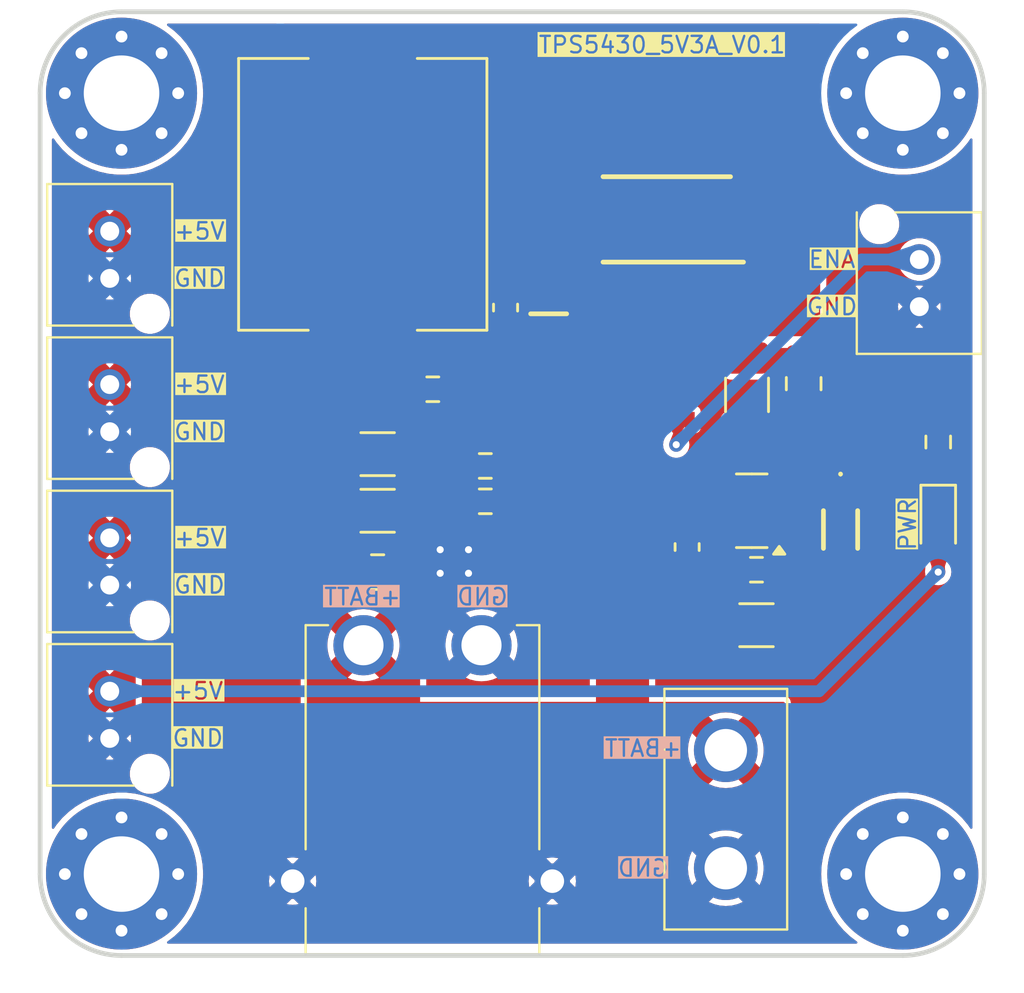
<source format=kicad_pcb>
(kicad_pcb (version 20240108) (generator "pcbnew") (generator_version "8.0")
  (title_block (date "2024-05-06") (rev "0.1"))
  (layers (0 "F.Cu" signal) (1 "In1.Cu" signal) (2 "In2.Cu" signal) (3 "In3.Cu" signal) (4 "In4.Cu" signal) (31 "B.Cu" signal) (34 "B.Paste" user) (35 "F.Paste" user) (36 "B.SilkS" user "B.Silkscreen") (37 "F.SilkS" user "F.Silkscreen") (38 "B.Mask" user) (39 "F.Mask" user) (44 "Edge.Cuts" user))
  (net 0 "")
  (net 1 "Net-(IC1-PH)")
  (net 2 "Net-(IC1-BOOT)")
  (net 3 "GND")
  (net 4 "+5V")
  (net 5 "VCC")
  (net 6 "Net-(Q1-G)")
  (net 7 "+BATT")
  (net 8 "Net-(D1-K)")
  (net 10 "Net-(IC1-VSENSE)")
  (net 11 "Net-(IC1-ENA)")
  (footprint "Capacitor_SMD:C_0603_1608Metric_Pad1.08x0.95mm_HandSolder" (layer "F.Cu") (at 124.8625 125.6875 90)
    (property "Reference" "C8" (hide yes))
    (property "Value" "100n/50V")
    (fp_line (start -0.146267 -0.51) (end 0.146267 -0.51) (stroke (width 0.12)) (layer "F.SilkS"))
    (fp_line (start -0.146267 0.51) (end 0.146267 0.51) (stroke (width 0.12)) (layer "F.SilkS"))
    (pad "1" smd roundrect (at -0.8625 0 90) (size 1.075 0.95) (layers "F.Cu" "F.Paste" "F.Mask") (net 3 "GND"))
    (pad "2" smd roundrect (at 0.8625 0 90) (size 1.075 0.95) (layers "F.Cu" "F.Paste" "F.Mask") (net 7 "+BATT"))
  )
  (footprint "SamacSys_Parts:B02BPASK1LFSN" (layer "F.Cu") (at 134.7 114.5 90)
    (property "Reference" "J1" (hide yes))
    (property "Value" "B02B-PASK-1__LF___SN_" (hide yes))
    (fp_line (start 3 -2.65) (end -3 -2.65) (stroke (width 0.1)) (layer "F.SilkS"))
    (fp_line (start -3 -2.65) (end -3 2.65) (stroke (width 0.1)) (layer "F.SilkS"))
    (fp_line (start 3 2.65) (end 3 -1) (stroke (width 0.1)) (layer "F.SilkS"))
    (fp_line (start -3 2.65) (end 3 2.65) (stroke (width 0.1)) (layer "F.SilkS"))
    (pad "" np_thru_hole circle (at 2.5 -1.7 90) (size 1.2 1.2) (drill 1.2) (layers "*.Cu" "*.Mask"))
    (pad "1" thru_hole circle (at 1 0 90) (size 1.3 1.3) (drill 0.8) (layers "*.Cu" "*.Mask") (net 11 "Net-(IC1-ENA)"))
    (pad "2" thru_hole circle (at -1 0 90) (size 1.3 1.3) (drill 0.8) (layers "*.Cu" "*.Mask") (net 3 "GND"))
  )
  (footprint "LED_SMD:LED_0603_1608Metric_Pad1.05x0.95mm_HandSolder" (layer "F.Cu") (at 135.5 124.725 -90)
    (property "Reference" "D1" (hide yes))
    (property "Value" "LED")
    (fp_line (start -1.66 0.735) (end 0.8 0.735) (stroke (width 0.12)) (layer "F.SilkS"))
    (fp_line (start -1.66 -0.735) (end -1.66 0.735) (stroke (width 0.12)) (layer "F.SilkS"))
    (fp_line (start 0.8 -0.735) (end -1.66 -0.735) (stroke (width 0.12)) (layer "F.SilkS"))
    (pad "1" smd roundrect (at -0.875 0 270) (size 1.05 0.95) (layers "F.Cu" "F.Paste" "F.Mask") (net 8 "Net-(D1-K)"))
    (pad "2" smd roundrect (at 0.875 0 270) (size 1.05 0.95) (layers "F.Cu" "F.Paste" "F.Mask") (net 4 "+5V"))
  )
  (footprint "Package_TO_SOT_SMD:SOT-23" (layer "F.Cu") (at 127.6 124.15 180)
    (property "Reference" "Q1" (hide yes))
    (property "Value" "AO3401A")
    (fp_line (start 0 1.56) (end 0.65 1.56) (stroke (width 0.12)) (layer "F.SilkS"))
    (fp_line (start 0 1.56) (end -0.65 1.56) (stroke (width 0.12)) (layer "F.SilkS"))
    (fp_line (start 0 -1.56) (end 0.65 -1.56) (stroke (width 0.12)) (layer "F.SilkS"))
    (fp_line (start 0 -1.56) (end -0.65 -1.56) (stroke (width 0.12)) (layer "F.SilkS"))
    (fp_poly (pts (xy -1.1625 -1.51) (xy -1.4025 -1.84) (xy -0.9225 -1.84) (xy -1.1625 -1.51)) (stroke (width 0.12)) (fill solid) (layer "F.SilkS"))
    (pad "1" smd roundrect (at -0.9375 -0.95 180) (size 1.475 0.6) (layers "F.Cu" "F.Paste" "F.Mask") (net 6 "Net-(Q1-G)"))
    (pad "2" smd roundrect (at -0.9375 0.95 180) (size 1.475 0.6) (layers "F.Cu" "F.Paste" "F.Mask") (net 5 "VCC"))
    (pad "3" smd roundrect (at 0.9375 0 180) (size 1.475 0.6) (layers "F.Cu" "F.Paste" "F.Mask") (net 7 "+BATT"))
  )
  (footprint "SamacSys_Parts:B02BPASK1LFSN" (layer "F.Cu") (at 100.4 126.3 -90)
    (property "Reference" "J6" (hide yes))
    (property "Value" "B02B-PASK-1__LF___SN_" (hide yes))
    (fp_line (start -3 2.65) (end 3 2.65) (stroke (width 0.1)) (layer "F.SilkS"))
    (fp_line (start 3 2.65) (end 3 -1) (stroke (width 0.1)) (layer "F.SilkS"))
    (fp_line (start -3 -2.65) (end -3 2.65) (stroke (width 0.1)) (layer "F.SilkS"))
    (fp_line (start 3 -2.65) (end -3 -2.65) (stroke (width 0.1)) (layer "F.SilkS"))
    (pad "" np_thru_hole circle (at 2.5 -1.7 270) (size 1.2 1.2) (drill 1.2) (layers "*.Cu" "*.Mask"))
    (pad "1" thru_hole circle (at 1 0 270) (size 1.3 1.3) (drill 0.8) (layers "*.Cu" "*.Mask") (net 3 "GND"))
    (pad "2" thru_hole circle (at -1 0 270) (size 1.3 1.3) (drill 0.8) (layers "*.Cu" "*.Mask") (net 4 "+5V"))
  )
  (footprint "Capacitor_SMD:C_0603_1608Metric_Pad1.08x0.95mm_HandSolder" (layer "F.Cu") (at 117.17 115.5375 90)
    (property "Reference" "C1" (hide yes))
    (property "Value" "10n")
    (fp_line (start -0.146267 -0.51) (end 0.146267 -0.51) (stroke (width 0.12)) (layer "F.SilkS"))
    (fp_line (start -0.146267 0.51) (end 0.146267 0.51) (stroke (width 0.12)) (layer "F.SilkS"))
    (pad "1" smd roundrect (at -0.8625 0 90) (size 1.075 0.95) (layers "F.Cu" "F.Paste" "F.Mask") (net 2 "Net-(IC1-BOOT)"))
    (pad "2" smd roundrect (at 0.8625 0 90) (size 1.075 0.95) (layers "F.Cu" "F.Paste" "F.Mask") (net 1 "Net-(IC1-PH)"))
  )
  (footprint "MountingHole:MountingHole_3.2mm_M3_Pad_Via" (layer "F.Cu") (at 134 106.450001)
    (property "Reference" "H4" (hide yes))
    (property "Value" "MountingHole")
    (pad "1" thru_hole circle (at -2.4 0) (size 0.8 0.8) (drill 0.5) (layers "*.Cu" "*.Mask"))
    (pad "1" thru_hole circle (at -1.697056 -1.697056) (size 0.8 0.8) (drill 0.5) (layers "*.Cu" "*.Mask"))
    (pad "1" thru_hole circle (at -1.697056 1.697056) (size 0.8 0.8) (drill 0.5) (layers "*.Cu" "*.Mask"))
    (pad "1" thru_hole circle (at 0 -2.4) (size 0.8 0.8) (drill 0.5) (layers "*.Cu" "*.Mask"))
    (pad "1" thru_hole circle (at 0 0) (size 6.4 6.4) (drill 3.2) (layers "*.Cu" "*.Mask"))
    (pad "1" thru_hole circle (at 0 2.4) (size 0.8 0.8) (drill 0.5) (layers "*.Cu" "*.Mask"))
    (pad "1" thru_hole circle (at 1.697056 -1.697056) (size 0.8 0.8) (drill 0.5) (layers "*.Cu" "*.Mask"))
    (pad "1" thru_hole circle (at 1.697056 1.697056) (size 0.8 0.8) (drill 0.5) (layers "*.Cu" "*.Mask"))
    (pad "1" thru_hole circle (at 2.4 0) (size 0.8 0.8) (drill 0.5) (layers "*.Cu" "*.Mask"))
  )
  (footprint "SamacSys_Parts:B02BPASK1LFSN" (layer "F.Cu") (at 100.4 119.8 -90)
    (property "Reference" "J5" (hide yes))
    (property "Value" "B02B-PASK-1__LF___SN_" (hide yes))
    (fp_line (start -3 2.65) (end 3 2.65) (stroke (width 0.1)) (layer "F.SilkS"))
    (fp_line (start 3 2.65) (end 3 -1) (stroke (width 0.1)) (layer "F.SilkS"))
    (fp_line (start -3 -2.65) (end -3 2.65) (stroke (width 0.1)) (layer "F.SilkS"))
    (fp_line (start 3 -2.65) (end -3 -2.65) (stroke (width 0.1)) (layer "F.SilkS"))
    (pad "" np_thru_hole circle (at 2.5 -1.7 270) (size 1.2 1.2) (drill 1.2) (layers "*.Cu" "*.Mask"))
    (pad "1" thru_hole circle (at 1 0 270) (size 1.3 1.3) (drill 0.8) (layers "*.Cu" "*.Mask") (net 3 "GND"))
    (pad "2" thru_hole circle (at -1 0 270) (size 1.3 1.3) (drill 0.8) (layers "*.Cu" "*.Mask") (net 4 "+5V"))
  )
  (footprint "Capacitor_SMD:C_1206_3216Metric_Pad1.33x1.80mm_HandSolder" (layer "F.Cu") (at 127.8 129)
    (property "Reference" "C7" (hide yes))
    (property "Value" "4.7u/50V")
    (fp_line (start -0.711252 -0.91) (end 0.711252 -0.91) (stroke (width 0.12)) (layer "F.SilkS"))
    (fp_line (start -0.711252 0.91) (end 0.711252 0.91) (stroke (width 0.12)) (layer "F.SilkS"))
    (pad "1" smd roundrect (at -1.5625 0) (size 1.325 1.8) (layers "F.Cu" "F.Paste" "F.Mask") (roundrect_rratio 0.188679) (net 3 "GND"))
    (pad "2" smd roundrect (at 1.5625 0) (size 1.325 1.8) (layers "F.Cu" "F.Paste" "F.Mask") (roundrect_rratio 0.188679) (net 6 "Net-(Q1-G)"))
  )
  (footprint "Resistor_SMD:R_0603_1608Metric_Pad0.98x0.95mm_HandSolder" (layer "F.Cu") (at 127.8 126.65 180)
    (property "Reference" "R5" (hide yes))
    (property "Value" "100k")
    (fp_line (start -0.254724 0.5225) (end 0.254724 0.5225) (stroke (width 0.12)) (layer "F.SilkS"))
    (fp_line (start -0.254724 -0.5225) (end 0.254724 -0.5225) (stroke (width 0.12)) (layer "F.SilkS"))
    (pad "1" smd roundrect (at -0.9125 0 180) (size 0.975 0.95) (layers "F.Cu" "F.Paste" "F.Mask") (net 6 "Net-(Q1-G)"))
    (pad "2" smd roundrect (at 0.9125 0 180) (size 0.975 0.95) (layers "F.Cu" "F.Paste" "F.Mask") (net 3 "GND"))
  )
  (footprint "Capacitor_SMD:C_0805_2012Metric_Pad1.18x1.45mm_HandSolder" (layer "F.Cu") (at 129.8 118.7625 90)
    (property "Reference" "C6" (hide yes))
    (property "Value" "10u/50V")
    (fp_line (start -0.261252 -0.735) (end 0.261252 -0.735) (stroke (width 0.12)) (layer "F.SilkS"))
    (fp_line (start -0.261252 0.735) (end 0.261252 0.735) (stroke (width 0.12)) (layer "F.SilkS"))
    (pad "1" smd roundrect (at -1.0375 0 90) (size 1.175 1.45) (layers "F.Cu" "F.Paste" "F.Mask") (roundrect_rratio 0.212766) (net 3 "GND"))
    (pad "2" smd roundrect (at 1.0375 0 90) (size 1.175 1.45) (layers "F.Cu" "F.Paste" "F.Mask") (roundrect_rratio 0.212766) (net 5 "VCC"))
  )
  (footprint "Capacitor_SMD:C_1206_3216Metric_Pad1.33x1.80mm_HandSolder" (layer "F.Cu") (at 111.75 124.15 180)
    (property "Reference" "C3" (hide yes))
    (property "Value" "100u")
    (fp_line (start -0.711252 0.91) (end 0.711252 0.91) (stroke (width 0.12)) (layer "F.SilkS"))
    (fp_line (start -0.711252 -0.91) (end 0.711252 -0.91) (stroke (width 0.12)) (layer "F.SilkS"))
    (pad "1" smd roundrect (at -1.5625 0 180) (size 1.325 1.8) (layers "F.Cu" "F.Paste" "F.Mask") (roundrect_rratio 0.188679) (net 3 "GND"))
    (pad "2" smd roundrect (at 1.5625 0 180) (size 1.325 1.8) (layers "F.Cu" "F.Paste" "F.Mask") (roundrect_rratio 0.188679) (net 4 "+5V"))
  )
  (footprint "Capacitor_SMD:C_1206_3216Metric_Pad1.33x1.80mm_HandSolder" (layer "F.Cu") (at 111.75 121.75 180)
    (property "Reference" "C4" (hide yes))
    (property "Value" "100u")
    (fp_line (start -0.711252 0.91) (end 0.711252 0.91) (stroke (width 0.12)) (layer "F.SilkS"))
    (fp_line (start -0.711252 -0.91) (end 0.711252 -0.91) (stroke (width 0.12)) (layer "F.SilkS"))
    (pad "1" smd roundrect (at -1.5625 0 180) (size 1.325 1.8) (layers "F.Cu" "F.Paste" "F.Mask") (roundrect_rratio 0.188679) (net 3 "GND"))
    (pad "2" smd roundrect (at 1.5625 0 180) (size 1.325 1.8) (layers "F.Cu" "F.Paste" "F.Mask") (roundrect_rratio 0.188679) (net 4 "+5V"))
  )
  (footprint "Resistor_SMD:R_0603_1608Metric_Pad0.98x0.95mm_HandSolder" (layer "F.Cu") (at 114.0875 119)
    (property "Reference" "R1" (hide yes))
    (property "Value" "10k")
    (fp_line (start -0.254724 -0.5225) (end 0.254724 -0.5225) (stroke (width 0.12)) (layer "F.SilkS"))
    (fp_line (start -0.254724 0.5225) (end 0.254724 0.5225) (stroke (width 0.12)) (layer "F.SilkS"))
    (pad "1" smd roundrect (at -0.9125 0) (size 0.975 0.95) (layers "F.Cu" "F.Paste" "F.Mask") (net 4 "+5V"))
    (pad "2" smd roundrect (at 0.9125 0) (size 0.975 0.95) (layers "F.Cu" "F.Paste" "F.Mask") (net 10 "Net-(IC1-VSENSE)"))
  )
  (footprint "Resistor_SMD:R_0603_1608Metric_Pad0.98x0.95mm_HandSolder" (layer "F.Cu") (at 116.3125 123.75)
    (property "Reference" "R2" (hide yes))
    (property "Value" "3.3k")
    (fp_line (start -0.254724 -0.5225) (end 0.254724 -0.5225) (stroke (width 0.12)) (layer "F.SilkS"))
    (fp_line (start -0.254724 0.5225) (end 0.254724 0.5225) (stroke (width 0.12)) (layer "F.SilkS"))
    (pad "1" smd roundrect (at -0.9125 0) (size 0.975 0.95) (layers "F.Cu" "F.Paste" "F.Mask") (net 10 "Net-(IC1-VSENSE)"))
    (pad "2" smd roundrect (at 0.9125 0) (size 0.975 0.95) (layers "F.Cu" "F.Paste" "F.Mask") (net 3 "GND"))
  )
  (footprint "MountingHole:MountingHole_3.2mm_M3_Pad_Via" (layer "F.Cu") (at 100.9 106.450001)
    (property "Reference" "H1" (hide yes))
    (property "Value" "MountingHole")
    (pad "1" thru_hole circle (at -2.4 0) (size 0.8 0.8) (drill 0.5) (layers "*.Cu" "*.Mask"))
    (pad "1" thru_hole circle (at -1.697056 -1.697056) (size 0.8 0.8) (drill 0.5) (layers "*.Cu" "*.Mask"))
    (pad "1" thru_hole circle (at -1.697056 1.697056) (size 0.8 0.8) (drill 0.5) (layers "*.Cu" "*.Mask"))
    (pad "1" thru_hole circle (at 0 -2.4) (size 0.8 0.8) (drill 0.5) (layers "*.Cu" "*.Mask"))
    (pad "1" thru_hole circle (at 0 0) (size 6.4 6.4) (drill 3.2) (layers "*.Cu" "*.Mask"))
    (pad "1" thru_hole circle (at 0 2.4) (size 0.8 0.8) (drill 0.5) (layers "*.Cu" "*.Mask"))
    (pad "1" thru_hole circle (at 1.697056 -1.697056) (size 0.8 0.8) (drill 0.5) (layers "*.Cu" "*.Mask"))
    (pad "1" thru_hole circle (at 1.697056 1.697056) (size 0.8 0.8) (drill 0.5) (layers "*.Cu" "*.Mask"))
    (pad "1" thru_hole circle (at 2.4 0) (size 0.8 0.8) (drill 0.5) (layers "*.Cu" "*.Mask"))
  )
  (footprint "SamacSys_Parts:B02BPASK1LFSN" (layer "F.Cu") (at 100.4 132.8 -90)
    (property "Reference" "J7" (hide yes))
    (property "Value" "B02B-PASK-1__LF___SN_" (hide yes))
    (fp_line (start -3 2.65) (end 3 2.65) (stroke (width 0.1)) (layer "F.SilkS"))
    (fp_line (start 3 2.65) (end 3 -1) (stroke (width 0.1)) (layer "F.SilkS"))
    (fp_line (start -3 -2.65) (end -3 2.65) (stroke (width 0.1)) (layer "F.SilkS"))
    (fp_line (start 3 -2.65) (end -3 -2.65) (stroke (width 0.1)) (layer "F.SilkS"))
    (pad "" np_thru_hole circle (at 2.5 -1.7 270) (size 1.2 1.2) (drill 1.2) (layers "*.Cu" "*.Mask"))
    (pad "1" thru_hole circle (at 1 0 270) (size 1.3 1.3) (drill 0.8) (layers "*.Cu" "*.Mask") (net 3 "GND"))
    (pad "2" thru_hole circle (at -1 0 270) (size 1.3 1.3) (drill 0.8) (layers "*.Cu" "*.Mask") (net 4 "+5V"))
  )
  (footprint "SamacSys_Parts:SOIC127P600X170-9N" (layer "F.Cu") (at 121.708 118.3825)
    (property "Reference" "IC1" (hide yes))
    (property "Value" "TPS5430DDAR" (hide yes))
    (fp_line (start -3.475 -2.58) (end -1.95 -2.58) (stroke (width 0.2)) (layer "F.SilkS"))
    (pad "1" smd rect (at -2.712 -1.905 90) (size 0.65 1.525) (layers "F.Cu" "F.Paste" "F.Mask") (net 2 "Net-(IC1-BOOT)"))
    (pad "2" smd rect (at -2.712 -0.635 90) (size 0.65 1.525) (layers "F.Cu" "F.Paste" "F.Mask"))
    (pad "3" smd rect (at -2.712 0.635 90) (size 0.65 1.525) (layers "F.Cu" "F.Paste" "F.Mask"))
    (pad "4" smd rect (at -2.712 1.905 90) (size 0.65 1.525) (layers "F.Cu" "F.Paste" "F.Mask") (net 10 "Net-(IC1-VSENSE)"))
    (pad "5" smd rect (at 2.712 1.905 90) (size 0.65 1.525) (layers "F.Cu" "F.Paste" "F.Mask") (net 11 "Net-(IC1-ENA)"))
    (pad "6" smd rect (at 2.712 0.635 90) (size 0.65 1.525) (layers "F.Cu" "F.Paste" "F.Mask") (net 3 "GND"))
    (pad "7" smd rect (at 2.712 -0.635 90) (size 0.65 1.525) (layers "F.Cu" "F.Paste" "F.Mask") (net 5 "VCC"))
    (pad "8" smd rect (at 2.712 -1.905 90) (size 0.65 1.525) (layers "F.Cu" "F.Paste" "F.Mask") (net 1 "Net-(IC1-PH)"))
    (pad "9" smd rect (at 0 0) (size 2.6 3.1) (layers "F.Cu" "F.Paste" "F.Mask") (net 3 "GND"))
  )
  (footprint "SamacSys_Parts:DIOM5436X244N" (layer "F.Cu") (at 124 111.8 180)
    (property "Reference" "D2" (hide yes))
    (property "Value" "SS34" (hide yes))
    (fp_line (start 2.7 -1.81) (end -3.25 -1.81) (stroke (width 0.2)) (layer "F.SilkS"))
    (fp_line (start -2.7 1.81) (end 2.7 1.81) (stroke (width 0.2)) (layer "F.SilkS"))
    (pad "1" smd rect (at -2.2 0 270) (size 2.1 2.2) (layers "F.Cu" "F.Paste" "F.Mask") (net 1 "Net-(IC1-PH)"))
    (pad "2" smd rect (at 2.2 0 270) (size 2.1 2.2) (layers "F.Cu" "F.Paste" "F.Mask") (net 3 "GND"))
  )
  (footprint "SamacSys_Parts:XT30PWM" (layer "F.Cu") (at 113.65 135.762 180)
    (property "Reference" "J2" (hide yes))
    (property "Value" "XT30PW-M" (hide yes))
    (fp_line (start 4.95 6.762) (end 4.95 -2.737) (stroke (width 0.1)) (layer "F.SilkS"))
    (fp_line (start 4.95 -7.187) (end 4.95 -5.237) (stroke (width 0.1)) (layer "F.SilkS"))
    (fp_line (start 4 6.762) (end 4.95 6.762) (stroke (width 0.1)) (layer "F.SilkS"))
    (fp_line (start -4.95 6.762) (end -4 6.762) (stroke (width 0.1)) (layer "F.SilkS"))
    (fp_line (start -4.95 -2.737) (end -4.95 6.762) (stroke (width 0.1)) (layer "F.SilkS"))
    (fp_line (start -4.95 -5.237) (end -4.95 -7.187) (stroke (width 0.1)) (layer "F.SilkS"))
    (fp_line (start -4.95 -7.187) (end 4.95 -7.187) (stroke (width 0.1)) (layer "F.SilkS"))
    (pad "1" thru_hole circle (at -2.5 5.912 180) (size 2.55 2.55) (drill 1.7) (layers "*.Cu" "*.Mask") (net 3 "GND"))
    (pad "2" thru_hole circle (at 2.5 5.912 180) (size 2.55 2.55) (drill 1.7) (layers "*.Cu" "*.Mask") (net 7 "+BATT"))
    (pad "3" thru_hole circle (at 5.5 -4.088 180) (size 1.5 1.5) (drill 1) (layers "*.Cu" "*.Mask") (net 3 "GND"))
    (pad "4" thru_hole circle (at -5.5 -4.088 180) (size 1.5 1.5) (drill 1) (layers "*.Cu" "*.Mask") (net 3 "GND"))
  )
  (footprint "Resistor_SMD:R_0603_1608Metric_Pad0.98x0.95mm_HandSolder" (layer "F.Cu") (at 116.3125 122.25)
    (property "Reference" "R3" (hide yes))
    (property "Value" "150k")
    (fp_line (start -0.254724 -0.5225) (end 0.254724 -0.5225) (stroke (width 0.12)) (layer "F.SilkS"))
    (fp_line (start -0.254724 0.5225) (end 0.254724 0.5225) (stroke (width 0.12)) (layer "F.SilkS"))
    (pad "1" smd roundrect (at -0.9125 0) (size 0.975 0.95) (layers "F.Cu" "F.Paste" "F.Mask") (net 10 "Net-(IC1-VSENSE)"))
    (pad "2" smd roundrect (at 0.9125 0) (size 0.975 0.95) (layers "F.Cu" "F.Paste" "F.Mask") (net 3 "GND"))
  )
  (footprint "Capacitor_SMD:C_0805_2012Metric_Pad1.18x1.45mm_HandSolder" (layer "F.Cu") (at 111.75 126.75 180)
    (property "Reference" "C2" (hide yes))
    (property "Value" "10u")
    (fp_line (start -0.261252 0.735) (end 0.261252 0.735) (stroke (width 0.12)) (layer "F.SilkS"))
    (fp_line (start -0.261252 -0.735) (end 0.261252 -0.735) (stroke (width 0.12)) (layer "F.SilkS"))
    (pad "1" smd roundrect (at -1.0375 0 180) (size 1.175 1.45) (layers "F.Cu" "F.Paste" "F.Mask") (roundrect_rratio 0.212766) (net 3 "GND"))
    (pad "2" smd roundrect (at 1.0375 0 180) (size 1.175 1.45) (layers "F.Cu" "F.Paste" "F.Mask") (roundrect_rratio 0.212766) (net 4 "+5V"))
  )
  (footprint "MountingHole:MountingHole_3.2mm_M3_Pad_Via" (layer "F.Cu") (at 100.9 139.550001)
    (property "Reference" "H2" (hide yes))
    (property "Value" "MountingHole")
    (pad "1" thru_hole circle (at -2.4 0) (size 0.8 0.8) (drill 0.5) (layers "*.Cu" "*.Mask"))
    (pad "1" thru_hole circle (at -1.697056 -1.697056) (size 0.8 0.8) (drill 0.5) (layers "*.Cu" "*.Mask"))
    (pad "1" thru_hole circle (at -1.697056 1.697056) (size 0.8 0.8) (drill 0.5) (layers "*.Cu" "*.Mask"))
    (pad "1" thru_hole circle (at 0 -2.4) (size 0.8 0.8) (drill 0.5) (layers "*.Cu" "*.Mask"))
    (pad "1" thru_hole circle (at 0 0) (size 6.4 6.4) (drill 3.2) (layers "*.Cu" "*.Mask"))
    (pad "1" thru_hole circle (at 0 2.4) (size 0.8 0.8) (drill 0.5) (layers "*.Cu" "*.Mask"))
    (pad "1" thru_hole circle (at 1.697056 -1.697056) (size 0.8 0.8) (drill 0.5) (layers "*.Cu" "*.Mask"))
    (pad "1" thru_hole circle (at 1.697056 1.697056) (size 0.8 0.8) (drill 0.5) (layers "*.Cu" "*.Mask"))
    (pad "1" thru_hole circle (at 2.4 0) (size 0.8 0.8) (drill 0.5) (layers "*.Cu" "*.Mask"))
  )
  (footprint "SamacSys_Parts:XT30PB" (layer "F.Cu") (at 126.5 139.3 180)
    (property "Reference" "J3" (hide yes))
    (property "Value" "XT30PB" (hide yes))
    (fp_line (start 2.6 7.6) (end -2.6 7.6) (stroke (width 0.1)) (layer "F.SilkS"))
    (fp_line (start 2.6 -2.6) (end 2.6 7.6) (stroke (width 0.1)) (layer "F.SilkS"))
    (fp_line (start -2.6 7.6) (end -2.6 -2.6) (stroke (width 0.1)) (layer "F.SilkS"))
    (fp_line (start -2.6 -2.6) (end 2.6 -2.6) (stroke (width 0.1)) (layer "F.SilkS"))
    (pad "1" thru_hole circle (at 0 0 180) (size 2.7 2.7) (drill 1.8) (layers "*.Cu" "*.Mask") (net 3 "GND"))
    (pad "2" thru_hole circle (at 0 5 180) (size 2.7 2.7) (drill 1.8) (layers "*.Cu" "*.Mask") (net 7 "+BATT"))
  )
  (footprint "Inductor_SMD:L_Sunlord_MWSA1004S" (layer "F.Cu") (at 111.12 110.7375 -90)
    (property "Reference" "L1" (hide yes))
    (property "Value" "47u")
    (fp_line (start -5.76 5.26) (end 5.76 5.26) (stroke (width 0.12)) (layer "F.SilkS"))
    (fp_line (start -5.76 5.26) (end -5.76 2.31) (stroke (width 0.12)) (layer "F.SilkS"))
    (fp_line (start 5.76 5.26) (end 5.76 2.31) (stroke (width 0.12)) (layer "F.SilkS"))
    (fp_line (start -5.76 -5.26) (end -5.76 -2.31) (stroke (width 0.12)) (layer "F.SilkS"))
    (fp_line (start -5.76 -5.26) (end 5.76 -5.26) (stroke (width 0.12)) (layer "F.SilkS"))
    (fp_line (start 5.76 -5.26) (end 5.76 -2.31) (stroke (width 0.12)) (layer "F.SilkS"))
    (pad "1" smd rect (at -4.75 0 270) (size 4.1 4.1) (layers "F.Cu" "F.Paste" "F.Mask") (net 1 "Net-(IC1-PH)"))
    (pad "2" smd rect (at 4.75 0 270) (size 4.1 4.1) (layers "F.Cu" "F.Paste" "F.Mask") (net 4 "+5V"))
  )
  (footprint "Resistor_SMD:R_0603_1608Metric_Pad0.98x0.95mm_HandSolder" (layer "F.Cu") (at 135.5 121.2375 -90)
    (property "Reference" "R4" (hide yes))
    (property "Value" "1k")
    (fp_line (start -0.254724 0.5225) (end 0.254724 0.5225) (stroke (width 0.12)) (layer "F.SilkS"))
    (fp_line (start -0.254724 -0.5225) (end 0.254724 -0.5225) (stroke (width 0.12)) (layer "F.SilkS"))
    (pad "1" smd roundrect (at -0.9125 0 270) (size 0.975 0.95) (layers "F.Cu" "F.Paste" "F.Mask") (net 3 "GND"))
    (pad "2" smd roundrect (at 0.9125 0 270) (size 0.975 0.95) (layers "F.Cu" "F.Paste" "F.Mask") (net 8 "Net-(D1-K)"))
  )
  (footprint "Capacitor_SMD:C_1206_3216Metric_Pad1.33x1.80mm_HandSolder" (layer "F.Cu") (at 127.4 119.2375 90)
    (property "Reference" "C5" (hide yes))
    (property "Value" "4.7u/50V")
    (fp_line (start -0.711252 -0.91) (end 0.711252 -0.91) (stroke (width 0.12)) (layer "F.SilkS"))
    (fp_line (start -0.711252 0.91) (end 0.711252 0.91) (stroke (width 0.12)) (layer "F.SilkS"))
    (pad "1" smd roundrect (at -1.5625 0 90) (size 1.325 1.8) (layers "F.Cu" "F.Paste" "F.Mask") (roundrect_rratio 0.188679) (net 3 "GND"))
    (pad "2" smd roundrect (at 1.5625 0 90) (size 1.325 1.8) (layers "F.Cu" "F.Paste" "F.Mask") (roundrect_rratio 0.188679) (net 5 "VCC"))
  )
  (footprint "SamacSys_Parts:B02BPASK1LFSN" (layer "F.Cu") (at 100.4 113.3 -90)
    (property "Reference" "J4" (hide yes))
    (property "Value" "B02B-PASK-1__LF___SN_" (hide yes))
    (fp_line (start -3 2.65) (end 3 2.65) (stroke (width 0.1)) (layer "F.SilkS"))
    (fp_line (start 3 2.65) (end 3 -1) (stroke (width 0.1)) (layer "F.SilkS"))
    (fp_line (start -3 -2.65) (end -3 2.65) (stroke (width 0.1)) (layer "F.SilkS"))
    (fp_line (start 3 -2.65) (end -3 -2.65) (stroke (width 0.1)) (layer "F.SilkS"))
    (pad "" np_thru_hole circle (at 2.5 -1.7 270) (size 1.2 1.2) (drill 1.2) (layers "*.Cu" "*.Mask"))
    (pad "1" thru_hole circle (at 1 0 270) (size 1.3 1.3) (drill 0.8) (layers "*.Cu" "*.Mask") (net 3 "GND"))
    (pad "2" thru_hole circle (at -1 0 270) (size 1.3 1.3) (drill 0.8) (layers "*.Cu" "*.Mask") (net 4 "+5V"))
  )
  (footprint "MountingHole:MountingHole_3.2mm_M3_Pad_Via" (layer "F.Cu") (at 134 139.550001)
    (property "Reference" "H3" (hide yes))
    (property "Value" "MountingHole")
    (pad "1" thru_hole circle (at -2.4 0) (size 0.8 0.8) (drill 0.5) (layers "*.Cu" "*.Mask"))
    (pad "1" thru_hole circle (at -1.697056 -1.697056) (size 0.8 0.8) (drill 0.5) (layers "*.Cu" "*.Mask"))
    (pad "1" thru_hole circle (at -1.697056 1.697056) (size 0.8 0.8) (drill 0.5) (layers "*.Cu" "*.Mask"))
    (pad "1" thru_hole circle (at 0 -2.4) (size 0.8 0.8) (drill 0.5) (layers "*.Cu" "*.Mask"))
    (pad "1" thru_hole circle (at 0 0) (size 6.4 6.4) (drill 3.2) (layers "*.Cu" "*.Mask"))
    (pad "1" thru_hole circle (at 0 2.4) (size 0.8 0.8) (drill 0.5) (layers "*.Cu" "*.Mask"))
    (pad "1" thru_hole circle (at 1.697056 -1.697056) (size 0.8 0.8) (drill 0.5) (layers "*.Cu" "*.Mask"))
    (pad "1" thru_hole circle (at 1.697056 1.697056) (size 0.8 0.8) (drill 0.5) (layers "*.Cu" "*.Mask"))
    (pad "1" thru_hole circle (at 2.4 0) (size 0.8 0.8) (drill 0.5) (layers "*.Cu" "*.Mask"))
  )
  (footprint "SamacSys_Parts:ZMM5V6" (layer "F.Cu") (at 131.3625 124.945 90)
    (property "Reference" "Z1" (hide yes))
    (property "Value" "ZMM5V6" (hide yes))
    (fp_line (start 0.8 -0.725) (end -0.8 -0.725) (stroke (width 0.2)) (layer "F.SilkS"))
    (fp_line (start 2.4 0) (end 2.4 0) (stroke (width 0.1)) (layer "F.SilkS"))
    (fp_line (start 2.3 0) (end 2.3 0) (stroke (width 0.1)) (layer "F.SilkS"))
    (fp_line (start 0.8 0.725) (end -0.8 0.725) (stroke (width 0.2)) (layer "F.SilkS"))
    (fp_arc (start 2.4 0) (mid 2.35 0.05) (end 2.3 0) (stroke (width 0.1)) (layer "F.SilkS"))
    (fp_arc (start 2.3 0) (mid 2.35 -0.05) (end 2.4 0) (stroke (width 0.1)) (layer "F.SilkS"))
    (pad "1" smd rect (at 1.555 0 90) (size 0.39 1.45) (layers "F.Cu" "F.Paste" "F.Mask") (net 5 "VCC"))
    (pad "2" smd rect (at -1.555 0 90) (size 0.39 1.45) (layers "F.Cu" "F.Paste" "F.Mask") (net 6 "Net-(Q1-G)"))
  )
  (gr_line (start 97.45 139.55) (end 97.45 106.450002) (stroke (width 0.2)) (layer "Edge.Cuts"))
  (gr_line (start 134 143.000001) (end 100.900001 143.000001) (stroke (width 0.2)) (layer "Edge.Cuts"))
  (gr_arc (start 134 103.000001) (mid 136.439518 104.010483) (end 137.45 106.450001) (stroke (width 0.2)) (layer "Edge.Cuts"))
  (gr_arc (start 100.900001 143.000001) (mid 98.460482 141.989519) (end 97.45 139.55) (stroke (width 0.2)) (layer "Edge.Cuts"))
  (gr_arc (start 137.45 139.550001) (mid 136.439518 141.989519) (end 134 143.000001) (stroke (width 0.2)) (layer "Edge.Cuts"))
  (gr_line (start 100.900002 103.000001) (end 134 103.000001) (stroke (width 0.2)) (layer "Edge.Cuts"))
  (gr_line (start 137.45 106.450001) (end 137.45 139.550001) (stroke (width 0.2)) (layer "Edge.Cuts"))
  (gr_arc (start 97.45 106.450002) (mid 98.460482 104.010483) (end 100.900002 103.000001) (stroke (width 0.2)) (layer "Edge.Cuts"))
  (gr_text "+BATT" (at 123 134.22 0) (layer "B.SilkS" knockout) (effects (font (size 0.7 0.7) (thickness 0.1)) (justify mirror)))
  (gr_text "+BATT" (at 111.11 127.8 0) (layer "B.SilkS" knockout) (effects (font (size 0.7 0.7) (thickness 0.1)) (justify mirror)))
  (gr_text "GND" (at 116.19 127.8 0) (layer "B.SilkS" knockout) (effects (font (size 0.7 0.7) (thickness 0.1)) (justify mirror)))
  (gr_text "GND" (at 123 139.3 0) (layer "B.SilkS" knockout) (effects (font (size 0.7 0.7) (thickness 0.1)) (justify mirror)))
  (gr_text "GND" (at 104.2 120.8 0) (layer "F.SilkS" knockout) (effects (font (size 0.7 0.7) (thickness 0.1))))
  (gr_text "ENA" (at 131 113.5 0) (layer "F.SilkS" knockout) (effects (font (size 0.7 0.7) (thickness 0.1))))
  (gr_text "PWR" (at 134.2 124.725 90) (layer "F.SilkS" knockout) (effects (font (size 0.7 0.7) (thickness 0.1))))
  (gr_text "+5V" (at 104.2 125.3 0) (layer "F.SilkS" knockout) (effects (font (size 0.7 0.7) (thickness 0.1))))
  (gr_text "TPS5430_5V3A_V0.1" (at 123.8 104.4 0) (layer "F.SilkS" knockout) (effects (font (size 0.7 0.7) (thickness 0.1))))
  (gr_text "GND" (at 103 134.2 0) (layer "F.SilkS" knockout) (effects (font (size 0.7 0.7) (thickness 0.1)) (justify left bottom)))
  (gr_text "+5V" (at 104.2 112.3 0) (layer "F.SilkS" knockout) (effects (font (size 0.7 0.7) (thickness 0.1))))
  (gr_text "+5V" (at 104.2 118.8 0) (layer "F.SilkS" knockout) (effects (font (size 0.7 0.7) (thickness 0.1))))
  (gr_text "GND" (at 104.2 127.3 0) (layer "F.SilkS" knockout) (effects (font (size 0.7 0.7) (thickness 0.1))))
  (gr_text "+5V" (at 103 132.2 0) (layer "F.SilkS" knockout) (effects (font (size 0.7 0.7) (thickness 0.1)) (justify left bottom)))
  (gr_text "GND" (at 104.2 114.3 0) (layer "F.SilkS" knockout) (effects (font (size 0.7 0.7) (thickness 0.1))))
  (gr_text "GND" (at 131 115.5 0) (layer "F.SilkS" knockout) (effects (font (size 0.7 0.7) (thickness 0.1))))
  (segment (start 128.65 111.8) (end 128.65 112.2475) (width 0.2) (layer "F.Cu") (net 1))
  (segment (start 118.996 116.4775) (end 117.2475 116.4775) (width 0.5) (layer "F.Cu") (net 2))
  (segment (start 117.2475 116.4775) (end 117.17 116.4) (width 0.5) (layer "F.Cu") (net 2))
  (segment (start 121.75 118.3405) (end 121.708 118.3825) (width 0.2) (layer "F.Cu") (net 3))
  (via (at 114.4 125.8) (size 0.6) (drill 0.3) (layers "F.Cu" "B.Cu") (net 3))
  (via (at 115.6 125.8) (size 0.6) (drill 0.3) (layers "F.Cu" "B.Cu") (net 3))
  (via (at 115.6 126.8) (size 0.6) (drill 0.3) (layers "F.Cu" "B.Cu") (net 3))
  (via (at 114.4 126.8) (size 0.6) (drill 0.3) (layers "F.Cu" "B.Cu") (net 3))
  (segment (start 135.5 125.6) (end 135.5 126.75) (width 0.5) (layer "F.Cu") (net 4))
  (segment (start 110.15 116.4575) (end 111.12 115.4875) (width 0.2) (layer "F.Cu") (net 4))
  (via (at 135.5 126.75) (size 0.6) (drill 0.3) (layers "F.Cu" "B.Cu") (net 4))
  (segment (start 135.5 126.75) (end 130.45 131.8) (width 0.5) (layer "B.Cu") (net 4))
  (segment (start 130.45 131.8) (end 100.4 131.8) (width 0.5) (layer "B.Cu") (net 4))
  (segment (start 129.3625 127.9625) (end 129.3625 129) (width 0.5) (layer "F.Cu") (net 6))
  (segment (start 128.5375 126.475) (end 128.7125 126.65) (width 0.5) (layer "F.Cu") (net 6))
  (segment (start 128.8625 126.5) (end 128.7125 126.65) (width 0.5) (layer "F.Cu") (net 6))
  (segment (start 128.7125 126.65) (end 128.7125 127.3125) (width 0.5) (layer "F.Cu") (net 6))
  (segment (start 128.925 126.5) (end 128.775 126.65) (width 0.5) (layer "F.Cu") (net 6))
  (segment (start 128.6625 126.7) (end 128.7125 126.65) (width 0.2) (layer "F.Cu") (net 6))
  (segment (start 131.3625 126.5) (end 128.8625 126.5) (width 0.5) (layer "F.Cu") (net 6))
  (segment (start 128.7125 127.3125) (end 129.3625 127.9625) (width 0.5) (layer "F.Cu") (net 6))
  (segment (start 128.5375 125.1) (end 128.5375 126.475) (width 0.5) (layer "F.Cu") (net 6))
  (segment (start 135.5 122.15) (end 135.5 123.85) (width 0.5) (layer "F.Cu") (net 8))
  (segment (start 115.4 120.4) (end 115.4 120.2) (width 0.5) (layer "F.Cu") (net 10))
  (segment (start 115.4 123.75) (end 115.4 122.25) (width 0.5) (layer "F.Cu") (net 10))
  (segment (start 118.996 120.2875) (end 115.5125 120.2875) (width 0.5) (layer "F.Cu") (net 10))
  (segment (start 115.4 122.25) (end 115.4 120.4) (width 0.5) (layer "F.Cu") (net 10))
  (segment (start 115.1 119.1) (end 115.1 119.9) (width 0.5) (layer "F.Cu") (net 10))
  (segment (start 115.1 119.9) (end 115.4 120.2) (width 0.5) (layer "F.Cu") (net 10))
  (segment (start 118.996 120.2875) (end 118.3125 120.2875) (width 0.2) (layer "F.Cu") (net 10))
  (segment (start 115 119) (end 115.1 119.1) (width 0.5) (layer "F.Cu") (net 10))
  (segment (start 115.5125 120.2875) (end 115.4 120.4) (width 0.5) (layer "F.Cu") (net 10))
  (segment (start 124.42 120.2875) (end 124.42 121.33) (width 0.2) (layer "F.Cu") (net 11))
  (segment (start 124.42 121.33) (end 124.4 121.35) (width 0.2) (layer "F.Cu") (net 11))
  (via (at 124.4 121.35) (size 0.6) (drill 0.3) (layers "F.Cu" "B.Cu") (net 11))
  (segment (start 132.25 113.5) (end 134.7 113.5) (width 0.5) (layer "B.Cu") (net 11))
  (segment (start 124.4 121.35) (end 132.25 113.5) (width 0.5) (layer "B.Cu") (net 11))
  (zone (net 7) (net_name "+BATT") (layer "F.Cu") (priority 5) (connect_pads (clearance 0.254)) (min_thickness 0.1) (fill yes (thermal_gap 0.25) (thermal_bridge_width 1))
    (polygon (pts (xy 127.75 123.1) (xy 127.75 125.25) (xy 123.25 125.25) (xy 123.25 132.25) (xy 129 132.25) (xy 129 136.5) (xy 108.75 136.5) (xy 108.75 128) (xy 113.55 128) (xy 113.55 132.25) (xy 121 132.25) (xy 121 123.1)))
  )
  (zone (net 5) (net_name "VCC") (layer "F.Cu") (priority 3) (connect_pads (clearance 0.254)) (min_thickness 0.1) (fill yes (thermal_gap 0.25) (thermal_bridge_width 1))
    (polygon (pts (xy 123.25 118.25) (xy 131.25 118.25) (xy 131.25 121.75) (xy 128.25 121.75) (xy 128.25 124.6) (xy 132.75 124.6) (xy 132.75 117.25) (xy 123.25 117.25)))
  )
  (zone (net 4) (net_name "+5V") (layer "F.Cu") (priority 4) (connect_pads (clearance 0.254)) (min_thickness 0.1) (fill yes (thermal_gap 0.25) (thermal_bridge_width 1))
    (polygon (pts (xy 99 110.75) (xy 101.5 110.75) (xy 101.5 112.75) (xy 109.25 112.75) (xy 109.25 127.25) (xy 101.5 127.25) (xy 101.5 132.75) (xy 99 132.75)))
  )
  (zone (net 1) (net_name "Net-(IC1-PH)") (layer "F.Cu") (priority 1) (connect_pads (clearance 0.254)) (min_thickness 0.1) (fill yes (thermal_gap 0.25) (thermal_bridge_width 1))
    (polygon (pts (xy 107.75 102.5) (xy 130.5 102.5) (xy 130.5 116.75) (xy 123.25 116.75) (xy 123.25 115.5) (xy 123.95 115.5) (xy 123.95 108.75) (xy 119.45 108.75) (xy 119.45 115) (xy 115.5 115) (xy 115.5 109.25) (xy 107.75 109.25)))
  )
  (zone (net 0) (net_name "") (layer "F.Cu") (connect_pads (clearance 0)) (min_thickness 0.1)
    (keepout (tracks not_allowed) (vias not_allowed) (pads not_allowed) (copperpour not_allowed) (footprints allowed))
    (fill (thermal_gap 0.5) (thermal_bridge_width 1))
    (polygon (pts (xy 117.75 117) (xy 120 117) (xy 120 119.75) (xy 117.75 119.75)))
  )
  (zone (net 4) (net_name "+5V") (layer "F.Cu") (priority 2) (connect_pads (clearance 0.254)) (min_thickness 0.1) (fill yes (thermal_gap 0.25) (thermal_bridge_width 1))
    (polygon (pts (xy 111.5 127.25) (xy 108 127.25) (xy 108 112.75) (xy 114.25 112.75) (xy 114.25 120) (xy 111.5 120)))
  )
  (zone (net 3) (net_name "GND") (layers "F.Cu" "In2.Cu" "In3.Cu" "B.Cu") (connect_pads (clearance 0.254)) (min_thickness 0.1) (fill yes (thermal_gap 0.25) (thermal_bridge_width 1))
    (polygon (pts (xy 97.45 102.5) (xy 137.6 102.7) (xy 137.45 142.85) (xy 97.15 143)))
  )
)
</source>
